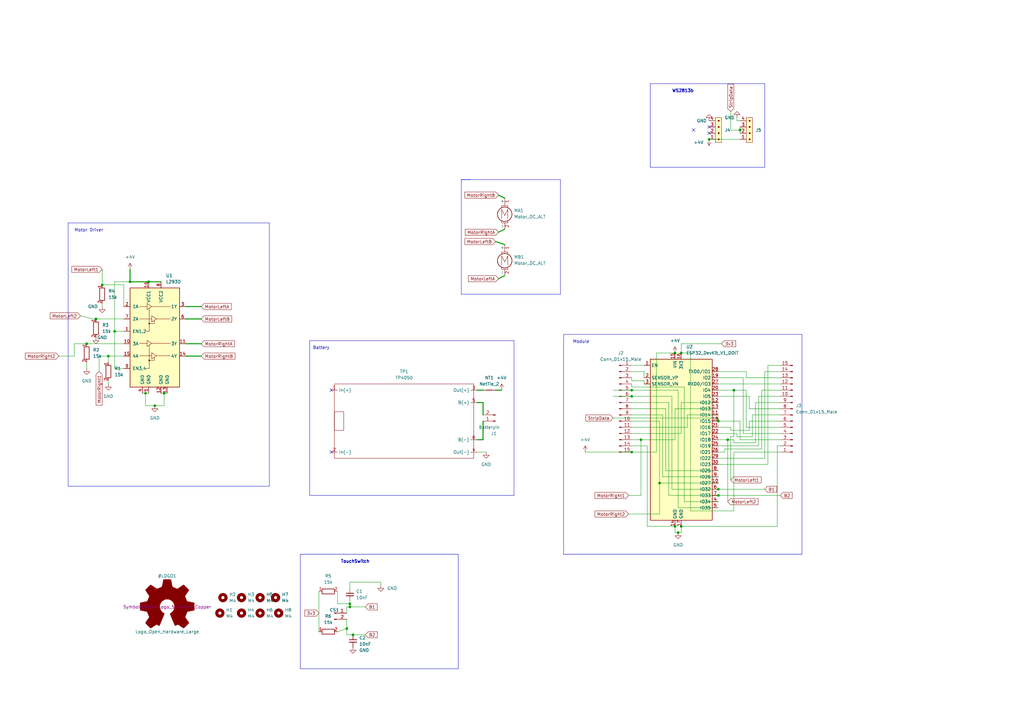
<source format=kicad_sch>
(kicad_sch (version 20230121) (generator eeschema)
  (paper "A3")
  (title_block (title "STEM TOY V0.1") (company "Amal Mechirackal"))
  (lib_symbols
    (symbol "Connector:Conn_01x02_Male" (pin_names (offset 1.016) hide)
      (property "Reference" "J" (at 0 2.54 0))
      (property "Value" "Conn_01x02_Male" (at 0 -5.08 0))
      (symbol "Conn_01x02_Male_1_1"
        (polyline (pts (xy 1.27 -2.54) (xy 0.8636 -2.54)) (stroke (width 0.1524)))
        (polyline (pts (xy 1.27 0) (xy 0.8636 0)) (stroke (width 0.1524)))
        (rectangle (start 0.8636 -2.413) (end 0 -2.667) (stroke (width 0.1524)) (fill (type outline)))
        (rectangle (start 0.8636 0.127) (end 0 -0.127) (stroke (width 0.1524)) (fill (type outline)))
        (pin passive line (at 5.08 0 180) (length 3.81) (name "Pin_1") (number "1"))
        (pin passive line (at 5.08 -2.54 180) (length 3.81) (name "Pin_2") (number "2"))
      )
    )
    (symbol "Connector:Conn_01x15_Male" (pin_names (offset 1.016) hide)
      (property "Reference" "J" (at 0 20.32 0))
      (property "Value" "Conn_01x15_Male" (at 0 -20.32 0))
      (symbol "Conn_01x15_Male_1_1"
        (polyline (pts (xy 1.27 -17.78) (xy 0.8636 -17.78)) (stroke (width 0.1524)))
        (polyline (pts (xy 1.27 -15.24) (xy 0.8636 -15.24)) (stroke (width 0.1524)))
        (polyline (pts (xy 1.27 -12.7) (xy 0.8636 -12.7)) (stroke (width 0.1524)))
        (polyline (pts (xy 1.27 -10.16) (xy 0.8636 -10.16)) (stroke (width 0.1524)))
        (polyline (pts (xy 1.27 -7.62) (xy 0.8636 -7.62)) (stroke (width 0.1524)))
        (polyline (pts (xy 1.27 -5.08) (xy 0.8636 -5.08)) (stroke (width 0.1524)))
        (polyline (pts (xy 1.27 -2.54) (xy 0.8636 -2.54)) (stroke (width 0.1524)))
        (polyline (pts (xy 1.27 0) (xy 0.8636 0)) (stroke (width 0.1524)))
        (polyline (pts (xy 1.27 2.54) (xy 0.8636 2.54)) (stroke (width 0.1524)))
        (polyline (pts (xy 1.27 5.08) (xy 0.8636 5.08)) (stroke (width 0.1524)))
        (polyline (pts (xy 1.27 7.62) (xy 0.8636 7.62)) (stroke (width 0.1524)))
        (polyline (pts (xy 1.27 10.16) (xy 0.8636 10.16)) (stroke (width 0.1524)))
        (polyline (pts (xy 1.27 12.7) (xy 0.8636 12.7)) (stroke (width 0.1524)))
        (polyline (pts (xy 1.27 15.24) (xy 0.8636 15.24)) (stroke (width 0.1524)))
        (polyline (pts (xy 1.27 17.78) (xy 0.8636 17.78)) (stroke (width 0.1524)))
        (rectangle (start 0.8636 -17.653) (end 0 -17.907) (stroke (width 0.1524)) (fill (type outline)))
        (rectangle (start 0.8636 -15.113) (end 0 -15.367) (stroke (width 0.1524)) (fill (type outline)))
        (rectangle (start 0.8636 -12.573) (end 0 -12.827) (stroke (width 0.1524)) (fill (type outline)))
        (rectangle (start 0.8636 -10.033) (end 0 -10.287) (stroke (width 0.1524)) (fill (type outline)))
        (rectangle (start 0.8636 -7.493) (end 0 -7.747) (stroke (width 0.1524)) (fill (type outline)))
        (rectangle (start 0.8636 -4.953) (end 0 -5.207) (stroke (width 0.1524)) (fill (type outline)))
        (rectangle (start 0.8636 -2.413) (end 0 -2.667) (stroke (width 0.1524)) (fill (type outline)))
        (rectangle (start 0.8636 0.127) (end 0 -0.127) (stroke (width 0.1524)) (fill (type outline)))
        (rectangle (start 0.8636 2.667) (end 0 2.413) (stroke (width 0.1524)) (fill (type outline)))
        (rectangle (start 0.8636 5.207) (end 0 4.953) (stroke (width 0.1524)) (fill (type outline)))
        (rectangle (start 0.8636 7.747) (end 0 7.493) (stroke (width 0.1524)) (fill (type outline)))
        (rectangle (start 0.8636 10.287) (end 0 10.033) (stroke (width 0.1524)) (fill (type outline)))
        (rectangle (start 0.8636 12.827) (end 0 12.573) (stroke (width 0.1524)) (fill (type outline)))
        (rectangle (start 0.8636 15.367) (end 0 15.113) (stroke (width 0.1524)) (fill (type outline)))
        (rectangle (start 0.8636 17.907) (end 0 17.653) (stroke (width 0.1524)) (fill (type outline)))
        (pin passive line (at 5.08 17.78 180) (length 3.81) (name "Pin_1") (number "1"))
        (pin passive line (at 5.08 -5.08 180) (length 3.81) (name "Pin_10") (number "10"))
        (pin passive line (at 5.08 -7.62 180) (length 3.81) (name "Pin_11") (number "11"))
        (pin passive line (at 5.08 -10.16 180) (length 3.81) (name "Pin_12") (number "12"))
        (pin passive line (at 5.08 -12.7 180) (length 3.81) (name "Pin_13") (number "13"))
        (pin passive line (at 5.08 -15.24 180) (length 3.81) (name "Pin_14") (number "14"))
        (pin passive line (at 5.08 -17.78 180) (length 3.81) (name "Pin_15") (number "15"))
        (pin passive line (at 5.08 15.24 180) (length 3.81) (name "Pin_2") (number "2"))
        (pin passive line (at 5.08 12.7 180) (length 3.81) (name "Pin_3") (number "3"))
        (pin passive line (at 5.08 10.16 180) (length 3.81) (name "Pin_4") (number "4"))
        (pin passive line (at 5.08 7.62 180) (length 3.81) (name "Pin_5") (number "5"))
        (pin passive line (at 5.08 5.08 180) (length 3.81) (name "Pin_6") (number "6"))
        (pin passive line (at 5.08 2.54 180) (length 3.81) (name "Pin_7") (number "7"))
        (pin passive line (at 5.08 0 180) (length 3.81) (name "Pin_8") (number "8"))
        (pin passive line (at 5.08 -2.54 180) (length 3.81) (name "Pin_9") (number "9"))
      )
    )
    (symbol "Device:C_Small" (pin_numbers hide) (pin_names (offset 0.254) hide)
      (property "Reference" "C" (at 0.254 1.778 0))
      (property "Value" "C_Small" (at 0.254 -2.032 0))
      (symbol "C_Small_0_1"
        (polyline (pts (xy -1.524 -0.508) (xy 1.524 -0.508)) (stroke (width 0.3302)))
        (polyline (pts (xy -1.524 0.508) (xy 1.524 0.508)) (stroke (width 0.3048)))
      )
      (symbol "C_Small_1_1"
        (pin passive line (at 0 2.54 270) (length 2.032) (name "~") (number "1"))
        (pin passive line (at 0 -2.54 90) (length 2.032) (name "~") (number "2"))
      )
    )
    (symbol "Device:NetTie_2" (pin_numbers hide) (pin_names (offset 0) hide)
      (property "Reference" "NT" (at 0 1.27 0))
      (property "Value" "NetTie_2" (at 0 -1.27 0))
      (symbol "NetTie_2_0_1"
        (polyline (pts (xy -1.27 0) (xy 1.27 0)) (stroke (width 0.254)))
      )
      (symbol "NetTie_2_1_1"
        (pin passive line (at -2.54 0 0) (length 2.54) (name "1") (number "1"))
        (pin passive line (at 2.54 0 180) (length 2.54) (name "2") (number "2"))
      )
    )
    (symbol "Driver_Motor:L293D" (pin_names (offset 1.016))
      (property "Reference" "U" (at -5.08 26.035 0))
      (property "Value" "L293D" (at -5.08 24.13 0))
      (symbol "L293D_0_1"
        (rectangle (start -10.16 22.86) (end 10.16 -17.78) (stroke (width 0.254)) (fill (type background)))
        (circle (center -2.286 -6.858) (radius 0.254) (fill (type outline)))
        (circle (center -2.286 8.255) (radius 0.254) (fill (type outline)))
        (polyline (pts (xy -6.35 -4.953) (xy -1.27 -4.953)))
        (polyline (pts (xy -6.35 0.127) (xy -3.175 0.127)))
        (polyline (pts (xy -6.35 10.16) (xy -1.27 10.16)))
        (polyline (pts (xy -6.35 15.24) (xy -3.175 15.24)))
        (polyline (pts (xy -1.27 0.127) (xy 6.35 0.127)))
        (polyline (pts (xy -1.27 15.24) (xy 6.35 15.24)))
        (polyline (pts (xy 0.635 -4.953) (xy 6.35 -4.953)))
        (polyline (pts (xy 0.635 10.16) (xy 6.35 10.16)))
        (polyline (pts (xy -2.286 -6.858) (xy -0.254 -6.858) (xy -0.254 -5.588)))
        (polyline (pts (xy -2.286 -0.635) (xy -2.286 -10.16) (xy -3.556 -10.16)))
        (polyline (pts (xy -2.286 8.255) (xy -0.254 8.255) (xy -0.254 9.525)))
        (polyline (pts (xy -2.286 14.478) (xy -2.286 5.08) (xy -3.556 5.08)))
        (polyline (pts (xy -3.175 1.397) (xy -3.175 -1.143) (xy -1.27 0.127) (xy -3.175 1.397)))
        (polyline (pts (xy -3.175 16.51) (xy -3.175 13.97) (xy -1.27 15.24) (xy -3.175 16.51)))
        (polyline (pts (xy -1.27 -3.683) (xy -1.27 -6.223) (xy 0.635 -4.953) (xy -1.27 -3.683)))
        (polyline (pts (xy -1.27 11.43) (xy -1.27 8.89) (xy 0.635 10.16) (xy -1.27 11.43)))
      )
      (symbol "L293D_1_1"
        (pin input line (at -12.7 5.08 0) (length 2.54) (name "EN1,2") (number "1"))
        (pin input line (at -12.7 0 0) (length 2.54) (name "3A") (number "10"))
        (pin output line (at 12.7 0 180) (length 2.54) (name "3Y") (number "11"))
        (pin power_in line (at 2.54 -20.32 90) (length 2.54) (name "GND") (number "12"))
        (pin power_in line (at 5.08 -20.32 90) (length 2.54) (name "GND") (number "13"))
        (pin output line (at 12.7 -5.08 180) (length 2.54) (name "4Y") (number "14"))
        (pin input line (at -12.7 -5.08 0) (length 2.54) (name "4A") (number "15"))
        (pin power_in line (at -2.54 25.4 270) (length 2.54) (name "VCC1") (number "16"))
        (pin input line (at -12.7 15.24 0) (length 2.54) (name "1A") (number "2"))
        (pin output line (at 12.7 15.24 180) (length 2.54) (name "1Y") (number "3"))
        (pin power_in line (at -5.08 -20.32 90) (length 2.54) (name "GND") (number "4"))
        (pin power_in line (at -2.54 -20.32 90) (length 2.54) (name "GND") (number "5"))
        (pin output line (at 12.7 10.16 180) (length 2.54) (name "2Y") (number "6"))
        (pin input line (at -12.7 10.16 0) (length 2.54) (name "2A") (number "7"))
        (pin power_in line (at 2.54 25.4 270) (length 2.54) (name "VCC2") (number "8"))
        (pin input line (at -12.7 -10.16 0) (length 2.54) (name "EN3,4") (number "9"))
      )
    )
    (symbol "ESP32DevBoard:ESP32_DevKit_V1_DOIT"
      (property "Reference" "U" (at -11.43 34.29 0))
      (property "Value" "ESP32_DevKit_V1_DOIT" (at 11.43 34.29 0))
      (symbol "ESP32_DevKit_V1_DOIT_1_1"
        (rectangle (start -12.7 33.02) (end 12.7 -33.02) (stroke (width 0.254)) (fill (type background)))
        (pin input line (at -15.24 30.48 0) (length 2.54) (name "EN") (number "1"))
        (pin bidirectional line (at 15.24 -17.78 180) (length 2.54) (name "IO27") (number "10"))
        (pin bidirectional line (at 15.24 10.16 180) (length 2.54) (name "IO14") (number "11"))
        (pin bidirectional line (at 15.24 15.24 180) (length 2.54) (name "IO12") (number "12"))
        (pin bidirectional line (at 15.24 12.7 180) (length 2.54) (name "IO13") (number "13"))
        (pin power_in line (at -2.54 -35.56 90) (length 2.54) (name "GND") (number "14"))
        (pin power_in line (at -2.54 35.56 270) (length 2.54) (name "VIN") (number "15"))
        (pin power_in line (at 0 35.56 270) (length 2.54) (name "3V3") (number "16"))
        (pin power_in line (at 0 -35.56 90) (length 2.54) (name "GND") (number "17"))
        (pin bidirectional line (at 15.24 7.62 180) (length 2.54) (name "IO15") (number "18"))
        (pin bidirectional line (at 15.24 25.4 180) (length 2.54) (name "IO2") (number "19"))
        (pin input line (at -15.24 25.4 0) (length 2.54) (name "SENSOR_VP") (number "2"))
        (pin bidirectional line (at 15.24 20.32 180) (length 2.54) (name "IO4") (number "20"))
        (pin bidirectional line (at 15.24 5.08 180) (length 2.54) (name "IO16") (number "21"))
        (pin bidirectional line (at 15.24 2.54 180) (length 2.54) (name "IO17") (number "22"))
        (pin bidirectional line (at 15.24 17.78 180) (length 2.54) (name "IO5") (number "23"))
        (pin bidirectional line (at 15.24 0 180) (length 2.54) (name "IO18") (number "24"))
        (pin bidirectional line (at 15.24 -2.54 180) (length 2.54) (name "IO19") (number "25"))
        (pin bidirectional line (at 15.24 -5.08 180) (length 2.54) (name "IO21") (number "26"))
        (pin bidirectional line (at 15.24 22.86 180) (length 2.54) (name "RXD0/IO3") (number "27"))
        (pin bidirectional line (at 15.24 27.94 180) (length 2.54) (name "TXD0/IO1") (number "28"))
        (pin bidirectional line (at 15.24 -7.62 180) (length 2.54) (name "IO22") (number "29"))
        (pin input line (at -15.24 22.86 0) (length 2.54) (name "SENSOR_VN") (number "3"))
        (pin bidirectional line (at 15.24 -10.16 180) (length 2.54) (name "IO23") (number "30"))
        (pin input line (at 15.24 -25.4 180) (length 2.54) (name "IO34") (number "4"))
        (pin input line (at 15.24 -27.94 180) (length 2.54) (name "IO35") (number "5"))
        (pin bidirectional line (at 15.24 -20.32 180) (length 2.54) (name "IO32") (number "6"))
        (pin bidirectional line (at 15.24 -22.86 180) (length 2.54) (name "IO33") (number "7"))
        (pin bidirectional line (at 15.24 -12.7 180) (length 2.54) (name "IO25") (number "8"))
        (pin bidirectional line (at 15.24 -15.24 180) (length 2.54) (name "IO26") (number "9"))
      )
    )
    (symbol "Graphic:Logo_Open_Hardware_Large" (pin_names (offset 1.016))
      (symbol "Logo_Open_Hardware_Large_1_1"
        (polyline (pts (xy 6.731 -8.7122) (xy 6.6294 -8.6614) (xy 6.35 -8.4836) (xy 5.9944 -8.255) (xy 5.5372 -7.9502) (xy 5.1054 -7.6454) (xy 4.7498 -7.4168) (xy 4.4958 -7.239) (xy 4.3942 -7.1882) (xy 4.318 -7.2136) (xy 4.1148 -7.3152) (xy 3.81 -7.4676) (xy 3.6322 -7.5692) (xy 3.3528 -7.6708) (xy 3.2258 -7.6962) (xy 3.2004 -7.6708) (xy 3.0988 -7.4676) (xy 2.9464 -7.0866) (xy 2.7178 -6.604) (xy 2.4892 -6.0452) (xy 2.2352 -5.4356) (xy 1.9558 -4.826) (xy 1.7272 -4.2164) (xy 1.4986 -3.683) (xy 1.3208 -3.2512) (xy 1.2192 -2.9464) (xy 1.1684 -2.8194) (xy 1.1938 -2.794) (xy 1.3208 -2.667) (xy 1.5748 -2.4892) (xy 2.0828 -2.0574) (xy 2.6162 -1.397) (xy 2.921 -0.6604) (xy 3.048 0.1524) (xy 2.9464 0.9144) (xy 2.6416 1.6256) (xy 2.1336 2.286) (xy 1.524 2.7686) (xy 0.8128 3.0734) (xy 0 3.175) (xy -0.762 3.0988) (xy -1.4986 2.794) (xy -2.159 2.286) (xy -2.4384 1.9812) (xy -2.8194 1.3208) (xy -3.048 0.6096) (xy -3.0734 0.4318) (xy -3.0226 -0.3556) (xy -2.794 -1.0922) (xy -2.3876 -1.7526) (xy -1.8288 -2.3114) (xy -1.7526 -2.3622) (xy -1.4732 -2.5654) (xy -1.2954 -2.6924) (xy -1.1684 -2.8194) (xy -2.159 -5.207) (xy -2.3114 -5.588) (xy -2.5908 -6.2484) (xy -2.8194 -6.8072) (xy -3.0226 -7.2644) (xy -3.1496 -7.5692) (xy -3.2258 -7.6708) (xy -3.2258 -7.6962) (xy -3.302 -7.6962) (xy -3.4798 -7.6454) (xy -3.8354 -7.4676) (xy -4.0386 -7.366) (xy -4.2926 -7.239) (xy -4.4196 -7.1882) (xy -4.5212 -7.239) (xy -4.7498 -7.3914) (xy -5.1054 -7.6454) (xy -5.5372 -7.9248) (xy -5.9436 -8.2042) (xy -6.3246 -8.4582) (xy -6.604 -8.636) (xy -6.731 -8.7122) (xy -6.7564 -8.7122) (xy -6.858 -8.636) (xy -7.0866 -8.4582) (xy -7.4168 -8.1534) (xy -7.874 -7.6962) (xy -7.9502 -7.62) (xy -8.3312 -7.239) (xy -8.636 -6.9088) (xy -8.8392 -6.6802) (xy -8.9154 -6.5786) (xy -8.9154 -6.5786) (xy -8.8392 -6.4516) (xy -8.6614 -6.1722) (xy -8.4328 -5.7912) (xy -8.128 -5.3594) (xy -7.3152 -4.191) (xy -7.7724 -3.0988) (xy -7.8994 -2.7686) (xy -8.0772 -2.3622) (xy -8.2042 -2.0828) (xy -8.255 -1.9558) (xy -8.382 -1.905) (xy -8.6614 -1.8542) (xy -9.0932 -1.7526) (xy -9.6266 -1.651) (xy -10.1092 -1.5748) (xy -10.541 -1.4732) (xy -10.8712 -1.4224) (xy -11.0236 -1.397) (xy -11.049 -1.3716) (xy -11.0744 -1.2954) (xy -11.0998 -1.143) (xy -11.0998 -0.889) (xy -11.1252 -0.4572) (xy -11.1252 0.1524) (xy -11.1252 0.2286) (xy -11.0998 0.8128) (xy -11.0998 1.27) (xy -11.0744 1.5494) (xy -11.0744 1.6764) (xy -11.0744 1.6764) (xy -10.922 1.7018) (xy -10.6172 1.778) (xy -10.16 1.8542) (xy -9.652 1.9558) (xy -9.6012 1.9812) (xy -9.0932 2.0828) (xy -8.636 2.159) (xy -8.3312 2.2352) (xy -8.2042 2.286) (xy -8.1788 2.3114) (xy -8.0772 2.5146) (xy -7.9248 2.8448) (xy -7.747 3.2512) (xy -7.5692 3.6576) (xy -7.4168 4.0386) (xy -7.3152 4.318) (xy -7.2898 4.445) (xy -7.2898 4.445) (xy -7.366 4.572) (xy -7.5438 4.826) (xy -7.7978 5.207) (xy -8.128 5.6642) (xy -8.128 5.6896) (xy -8.4328 6.1468) (xy -8.6868 6.5278) (xy -8.8392 6.7818) (xy -8.9154 6.9088) (xy -8.9154 6.9088) (xy -8.8138 7.0358) (xy -8.5852 7.2898) (xy -8.255 7.6454) (xy -7.874 8.0264) (xy -7.747 8.1534) (xy -7.3152 8.5852) (xy -7.0104 8.8646) (xy -6.8326 8.9916) (xy -6.731 9.0424) (xy -6.731 9.0424) (xy -6.604 8.9408) (xy -6.3246 8.763) (xy -5.9436 8.509) (xy -5.4864 8.2042) (xy -5.461 8.1788) (xy -5.0038 7.874) (xy -4.6482 7.62) (xy -4.3688 7.4422) (xy -4.2672 7.3914) (xy -4.2418 7.3914) (xy -4.064 7.4422) (xy -3.7338 7.5438) (xy -3.3528 7.6962) (xy -2.9464 7.874) (xy -2.5654 8.0264) (xy -2.286 8.1534) (xy -2.159 8.2296) (xy -2.159 8.2296) (xy -2.1082 8.382) (xy -2.032 8.7122) (xy -1.9304 9.1694) (xy -1.8288 9.7282) (xy -1.8034 9.8044) (xy -1.7018 10.3378) (xy -1.6256 10.7696) (xy -1.5748 11.0744) (xy -1.524 11.2014) (xy -1.4478 11.2268) (xy -1.1938 11.2522) (xy -0.8128 11.2522) (xy -0.3302 11.2522) (xy 0.1524 11.2522) (xy 0.6604 11.2522) (xy 1.0668 11.2268) (xy 1.3716 11.2014) (xy 1.4986 11.176) (xy 1.4986 11.176) (xy 1.5494 11.0236) (xy 1.6256 10.6934) (xy 1.7018 10.2108) (xy 1.8288 9.6774) (xy 1.8288 9.5758) (xy 1.9304 9.0424) (xy 2.032 8.6106) (xy 2.0828 8.3058) (xy 2.1336 8.2042) (xy 2.159 8.1788) (xy 2.3876 8.0772) (xy 2.7432 7.9248) (xy 3.175 7.747) (xy 4.191 7.3406) (xy 5.461 8.2042) (xy 5.5626 8.2804) (xy 6.0198 8.5852) (xy 6.3754 8.8392) (xy 6.6294 8.9916) (xy 6.7564 9.0424) (xy 6.7564 9.0424) (xy 6.8834 8.9408) (xy 7.1374 8.7122) (xy 7.4676 8.382) (xy 7.8486 7.9756) (xy 8.1534 7.6962) (xy 8.4836 7.3406) (xy 8.7122 7.112) (xy 8.8392 6.9596) (xy 8.8646 6.858) (xy 8.8646 6.8072) (xy 8.7884 6.6802) (xy 8.6106 6.4008) (xy 8.3312 6.0198) (xy 8.0264 5.588) (xy 7.7978 5.207) (xy 7.5184 4.8006) (xy 7.3406 4.4958) (xy 7.2898 4.3434) (xy 7.2898 4.2926) (xy 7.3914 4.0386) (xy 7.5184 3.683) (xy 7.7216 3.2258) (xy 8.1534 2.2352) (xy 8.7884 2.1082) (xy 9.1948 2.0574) (xy 9.7536 1.9304) (xy 10.2616 1.8288) (xy 11.0998 1.6764) (xy 11.1252 -1.3208) (xy 10.9982 -1.3716) (xy 10.8712 -1.397) (xy 10.5664 -1.4732) (xy 10.1346 -1.5494) (xy 9.6266 -1.651) (xy 9.1948 -1.7272) (xy 8.7376 -1.8288) (xy 8.4328 -1.8796) (xy 8.2804 -1.905) (xy 8.255 -1.9558) (xy 8.1534 -2.159) (xy 7.9756 -2.5146) (xy 7.8232 -2.921) (xy 7.6454 -3.3274) (xy 7.493 -3.7338) (xy 7.366 -4.0132) (xy 7.3406 -4.191) (xy 7.3914 -4.2926) (xy 7.5692 -4.5466) (xy 7.7978 -4.9276) (xy 8.1026 -5.3594) (xy 8.4074 -5.7912) (xy 8.6614 -6.1722) (xy 8.8138 -6.4262) (xy 8.89 -6.5532) (xy 8.8646 -6.6548) (xy 8.6868 -6.858) (xy 8.3566 -7.1882) (xy 7.874 -7.6708) (xy 7.7978 -7.747) (xy 7.3914 -8.128) (xy 7.0612 -8.4328) (xy 6.8326 -8.636) (xy 6.731 -8.7122)) (fill (type outline)))
      )
    )
    (symbol "Mechanical:MountingHole" (pin_names (offset 1.016))
      (property "Reference" "H" (at 0 5.08 0))
      (property "Value" "MountingHole" (at 0 3.175 0))
      (symbol "MountingHole_0_1"
        (circle (center 0 0) (radius 1.27) (stroke (width 1.27)))
      )
    )
    (symbol "ModulesLibrary:TP4050"
      (property "Reference" "TP" (at 22.86 -10.16 0))
      (property "Value" "TP4050" (at 22.86 -7.62 0))
      (symbol "TP4050_0_1"
        (rectangle (start -6.35 -7.62) (end -2.54 -15.24))
        (rectangle (start -6.35 -2.54) (end -6.35 -2.54))
        (rectangle (start -6.35 3.81) (end 50.8 -26.67))
        (rectangle (start -3.81 -2.54) (end -3.81 -2.54))
      )
      (symbol "TP4050_1_1"
        (pin input line (at -7.62 1.27 0) (length 2.54) (name "In(+)") (number "1"))
        (pin input line (at -7.62 -24.13 0) (length 2.54) (name "In(-)") (number "2"))
        (pin output line (at 52.07 1.27 180) (length 2.54) (name "Out(+)") (number "3"))
        (pin output line (at 52.07 -24.13 180) (length 2.54) (name "Out(-)") (number "4"))
        (pin output line (at 52.07 -3.81 180) (length 2.54) (name "B(+)") (number "5"))
        (pin output line (at 52.07 -19.05 180) (length 2.54) (name "B(-)") (number "6"))
      )
    )
    (symbol "Motor:Motor_DC_ALT" (pin_names (offset 0))
      (property "Reference" "M" (at 2.54 2.54 0))
      (property "Value" "Motor_DC_ALT" (at 2.54 -5.08 0))
      (symbol "Motor_DC_ALT_0_0"
        (circle (center 0 -1.524) (radius 2.9718) (stroke (width 0.254)))
        (polyline (pts (xy -1.27 -4.318) (xy -1.27 -5.08) (xy 1.27 -5.08) (xy 1.27 -4.318)))
        (polyline (pts (xy -1.27 1.27) (xy -1.27 2.032) (xy 1.27 2.032) (xy 1.27 1.27)))
        (polyline (pts (xy -1.27 -3.302) (xy -1.27 0.508) (xy 0 -2.032) (xy 1.27 0.508) (xy 1.27 -3.302)))
      )
      (symbol "Motor_DC_ALT_0_1"
        (polyline (pts (xy 0 2.032) (xy 0 2.54)))
      )
      (symbol "Motor_DC_ALT_1_1"
        (pin passive line (at 0 5.08 270) (length 2.54) (name "+") (number "1"))
        (pin passive line (at 0 -7.62 90) (length 2.54) (name "-") (number "2"))
      )
    )
    (symbol "R_1" (pin_names (offset 0))
      (property "Reference" "R" (at 2.032 0 90))
      (property "Value" "R_1" (at 0 0 90))
      (symbol "R_1_0_1"
        (rectangle (start -1.016 -2.54) (end 1.016 2.54) (stroke (width 0.254)))
      )
      (symbol "R_1_1_1"
        (pin passive line (at 0 3.81 270) (length 1.27) (name "~") (number "1"))
        (pin passive line (at 0 -3.81 90) (length 1.27) (name "~") (number "2"))
      )
    )
    (symbol "dk_Rectangular-Connectors-Headers-Male-Pins:0022232041" (pin_names (offset 1.016))
      (property "Reference" "J" (at -2.54 1.27 0))
      (property "Value" "0022232041" (at 3.81 -3.81 0))
      (symbol "0022232041_1_1"
        (rectangle (start -1.27 0) (end 8.89 -2.54) (fill (type background)))
        (rectangle (start -0.254 -1.143) (end 0.254 -1.651) (fill (type outline)))
        (rectangle (start 2.286 -1.143) (end 2.794 -1.651) (fill (type outline)))
        (rectangle (start 4.826 -1.143) (end 5.334 -1.651) (fill (type outline)))
        (rectangle (start 7.366 -1.143) (end 7.874 -1.651) (fill (type outline)))
        (pin passive line (at 0 2.54 270) (length 2.54) (name "~") (number "1"))
        (pin passive line (at 2.54 2.54 270) (length 2.54) (name "~") (number "2"))
        (pin passive line (at 5.08 2.54 270) (length 2.54) (name "~") (number "3"))
        (pin passive line (at 7.62 2.54 270) (length 2.54) (name "~") (number "4"))
      )
    )
    (symbol "power:+4V" (power) (pin_names (offset 0))
      (property "Value" "+4V" (at 0 3.556 0))
      (symbol "+4V_0_1"
        (polyline (pts (xy -0.762 1.27) (xy 0 2.54)))
        (polyline (pts (xy 0 0) (xy 0 2.54)))
        (polyline (pts (xy 0 2.54) (xy 0.762 1.27)))
      )
      (symbol "+4V_1_1"
        (pin power_in line (at 0 0 90) (length 0) hide (name "+4V") (number "1"))
      )
    )
    (symbol "power:GND" (power) (pin_names (offset 0))
      (property "Value" "GND" (at 0 -3.81 0))
      (symbol "GND_0_1"
        (polyline (pts (xy 0 0) (xy 0 -1.27) (xy 1.27 -1.27) (xy 0 -2.54) (xy -1.27 -1.27) (xy 0 -1.27)))
      )
      (symbol "GND_1_1"
        (pin power_in line (at 0 0 270) (length 0) hide (name "GND") (number "1"))
      )
    )
  )
  (junction (at 279.4 144.78))
  (junction (at 46.99 135.89))
  (junction (at 262.89 180.34))
  (junction (at 276.86 215.9))
  (junction (at 259.08 160.02))
  (junction (at 294.64 200.66))
  (junction (at 300.99 160.02))
  (junction (at 59.69 161.29))
  (junction (at 41.91 116.84))
  (junction (at 294.64 172.72))
  (junction (at 270.51 198.12))
  (junction (at 279.4 215.9))
  (junction (at 290.83 57.15))
  (junction (at 53.34 115.57))
  (junction (at 143.51 247.65))
  (junction (at 142.24 257.81))
  (junction (at 278.13 218.44))
  (junction (at 63.5 166.37))
  (junction (at 143.51 248.92))
  (junction (at 44.45 146.05))
  (junction (at 35.56 140.97))
  (junction (at 294.64 203.2))
  (junction (at 67.31 161.29))
  (junction (at 144.78 260.35))
  (junction (at 276.86 144.78))
  (junction (at 60.96 115.57))
  (junction (at 298.45 180.34))
  (junction (at 259.08 185.42))
  (junction (at 39.37 130.81))
  (junction (at 259.08 162.56))
  (junction (at 303.53 53.34))
  (no_connect (at 135.89 185.42))
  (no_connect (at 135.89 160.02))
  (no_connect (at 290.83 52.07))
  (no_connect (at 290.83 54.61))
  (no_connect (at 284.48 53.34))
  (wire (pts (xy 271.78 195.58) (xy 294.64 195.58)))
  (wire (pts (xy 313.69 152.4) (xy 313.69 187.96)))
  (wire (pts (xy 259.08 185.42) (xy 269.24 185.42)))
  (polyline (pts (xy 27.94 199.39) (xy 110.49 199.39)))
  (wire (pts (xy 306.07 175.26) (xy 306.07 160.02)))
  (wire (pts (xy 66.04 161.29) (xy 67.31 161.29)))
  (wire (pts (xy 320.04 154.94) (xy 306.07 154.94)))
  (polyline (pts (xy 127 139.7) (xy 127 203.2)))
  (wire (pts (xy 195.58 165.1) (xy 198.12 165.1)) (stroke (width 0.4)))
  (polyline (pts (xy 231.14 137.16) (xy 231.14 227.33)))
  (wire (pts (xy 44.45 148.59) (xy 44.45 146.05)))
  (wire (pts (xy 320.04 152.4) (xy 313.69 152.4)))
  (wire (pts (xy 275.59 162.56) (xy 275.59 200.66)))
  (wire (pts (xy 269.24 144.78) (xy 276.86 144.78)))
  (wire (pts (xy 294.64 203.2) (xy 320.04 203.2)))
  (wire (pts (xy 309.88 181.61) (xy 300.99 181.61)))
  (polyline (pts (xy 229.87 73.66) (xy 229.87 120.65)))
  (wire (pts (xy 195.58 180.34) (xy 198.12 180.34)) (stroke (width 0.4)))
  (wire (pts (xy 50.8 151.13) (xy 46.99 151.13)))
  (wire (pts (xy 278.13 218.44) (xy 279.4 218.44)))
  (wire (pts (xy 50.8 135.89) (xy 46.99 135.89)))
  (wire (pts (xy 264.16 156.21) (xy 264.16 157.48)))
  (wire (pts (xy 299.72 176.53) (xy 299.72 175.26)))
  (wire (pts (xy 283.21 209.55) (xy 283.21 144.78)))
  (polyline (pts (xy 273.05 34.29) (xy 266.7 34.29)))
  (polyline (pts (xy 110.49 199.39) (xy 110.49 91.44)))
  (wire (pts (xy 33.02 129.54) (xy 38.1 130.81)))
  (wire (pts (xy 240.03 185.42) (xy 259.08 185.42)))
  (wire (pts (xy 204.47 95.25) (xy 207.01 93.98)) (stroke (width 0.4)))
  (wire (pts (xy 82.55 140.97) (xy 76.2 140.97)) (stroke (width 0.4)))
  (wire (pts (xy 259.08 177.8) (xy 279.4 177.8)))
  (polyline (pts (xy 27.94 91.44) (xy 27.94 199.39)))
  (wire (pts (xy 320.04 177.8) (xy 304.8 177.8)))
  (wire (pts (xy 294.64 157.48) (xy 320.04 157.48)))
  (polyline (pts (xy 229.87 120.65) (xy 189.23 120.65)))
  (wire (pts (xy 320.04 165.1) (xy 309.88 165.1)))
  (wire (pts (xy 307.34 176.53) (xy 299.72 176.53)))
  (polyline (pts (xy 127 139.7) (xy 210.82 139.7)))
  (wire (pts (xy 198.12 180.34) (xy 198.12 172.72)) (stroke (width 0.4)))
  (wire (pts (xy 259.08 158.75) (xy 259.08 157.48)))
  (wire (pts (xy 143.51 246.38) (xy 143.51 247.65)))
  (wire (pts (xy 290.83 57.15) (xy 303.53 57.15)))
  (wire (pts (xy 264.16 152.4) (xy 264.16 154.94)))
  (wire (pts (xy 41.91 124.46) (xy 41.91 125.73)))
  (wire (pts (xy 298.45 180.34) (xy 298.45 205.74)))
  (wire (pts (xy 297.18 184.15) (xy 297.18 185.42)))
  (wire (pts (xy 278.13 208.28) (xy 278.13 160.02)))
  (wire (pts (xy 306.07 152.4) (xy 294.64 152.4)))
  (wire (pts (xy 265.43 215.9) (xy 276.86 215.9)))
  (wire (pts (xy 298.45 180.34) (xy 294.64 180.34)))
  (wire (pts (xy 259.08 158.75) (xy 280.67 158.75)))
  (wire (pts (xy 307.34 162.56) (xy 294.64 162.56)))
  (wire (pts (xy 251.46 160.02) (xy 259.08 160.02)))
  (wire (pts (xy 300.99 185.42) (xy 300.99 209.55)))
  (wire (pts (xy 203.2 99.06) (xy 207.01 100.33)) (stroke (width 0.4)))
  (wire (pts (xy 320.04 185.42) (xy 300.99 185.42)))
  (polyline (pts (xy 328.93 137.16) (xy 328.93 227.33)))
  (wire (pts (xy 138.43 247.65) (xy 143.51 247.65)))
  (wire (pts (xy 318.77 182.88) (xy 318.77 215.9)))
  (wire (pts (xy 278.13 160.02) (xy 259.08 160.02)))
  (wire (pts (xy 41.91 110.49) (xy 41.91 116.84)))
  (wire (pts (xy 294.64 172.72) (xy 303.53 172.72)))
  (wire (pts (xy 300.99 180.34) (xy 298.45 180.34)))
  (wire (pts (xy 294.64 208.28) (xy 278.13 208.28)))
  (wire (pts (xy 320.04 182.88) (xy 318.77 182.88)))
  (wire (pts (xy 259.08 156.21) (xy 264.16 156.21)))
  (wire (pts (xy 265.43 182.88) (xy 265.43 215.9)))
  (wire (pts (xy 130.81 242.57) (xy 130.81 259.08)))
  (wire (pts (xy 41.91 116.84) (xy 50.8 116.84)))
  (wire (pts (xy 82.55 146.05) (xy 76.2 146.05)) (stroke (width 0.4)))
  (wire (pts (xy 276.86 218.44) (xy 278.13 218.44)))
  (wire (pts (xy 302.26 49.53) (xy 303.53 49.53)))
  (wire (pts (xy 40.64 146.05) (xy 44.45 146.05)))
  (wire (pts (xy 143.51 238.76) (xy 143.51 241.3)))
  (wire (pts (xy 142.24 248.92) (xy 142.24 251.46)))
  (wire (pts (xy 294.64 200.66) (xy 313.69 200.66)))
  (wire (pts (xy 82.55 125.73) (xy 76.2 125.73)) (stroke (width 0.4)))
  (wire (pts (xy 318.77 215.9) (xy 279.4 215.9)))
  (wire (pts (xy 302.26 177.8) (xy 302.26 179.07)))
  (wire (pts (xy 299.72 179.07) (xy 300.99 179.07)))
  (wire (pts (xy 270.51 198.12) (xy 294.64 198.12)))
  (wire (pts (xy 303.53 52.07) (xy 303.53 53.34)))
  (wire (pts (xy 302.26 48.26) (xy 302.26 49.53)))
  (wire (pts (xy 276.86 180.34) (xy 276.86 167.64)))
  (polyline (pts (xy 187.96 274.32) (xy 123.19 274.32)))
  (polyline (pts (xy 231.14 137.16) (xy 328.93 137.16)))
  (wire (pts (xy 300.99 209.55) (xy 283.21 209.55)))
  (wire (pts (xy 312.42 160.02) (xy 312.42 184.15)))
  (polyline (pts (xy 189.23 73.66) (xy 193.04 73.66)))
  (wire (pts (xy 138.43 259.08) (xy 142.24 257.81)))
  (wire (pts (xy 295.91 140.97) (xy 279.4 140.97)))
  (wire (pts (xy 35.56 140.97) (xy 50.8 140.97)))
  (polyline (pts (xy 123.19 227.33) (xy 128.27 227.33)))
  (wire (pts (xy 274.32 203.2) (xy 294.64 203.2)))
  (wire (pts (xy 300.99 181.61) (xy 300.99 180.34)))
  (wire (pts (xy 257.81 210.82) (xy 270.51 210.82)))
  (wire (pts (xy 274.32 165.1) (xy 274.32 203.2)))
  (wire (pts (xy 280.67 158.75) (xy 280.67 205.74)))
  (wire (pts (xy 306.07 154.94) (xy 306.07 152.4)))
  (wire (pts (xy 279.4 140.97) (xy 279.4 144.78)))
  (wire (pts (xy 149.86 260.35) (xy 144.78 260.35)))
  (wire (pts (xy 259.08 149.86) (xy 264.16 149.86)))
  (wire (pts (xy 320.04 160.02) (xy 312.42 160.02)))
  (wire (pts (xy 259.08 175.26) (xy 281.94 175.26)))
  (wire (pts (xy 259.08 167.64) (xy 273.05 167.64)))
  (wire (pts (xy 300.99 160.02) (xy 300.99 179.07)))
  (polyline (pts (xy 210.82 203.2) (xy 127 203.2)))
  (wire (pts (xy 144.78 260.35) (xy 142.24 260.35)))
  (wire (pts (xy 320.04 180.34) (xy 303.53 180.34)))
  (wire (pts (xy 67.31 161.29) (xy 67.31 166.37)))
  (wire (pts (xy 300.99 160.02) (xy 294.64 160.02)))
  (wire (pts (xy 259.08 182.88) (xy 265.43 182.88)))
  (wire (pts (xy 320.04 175.26) (xy 306.07 175.26)))
  (wire (pts (xy 294.64 171.45) (xy 294.64 172.72)))
  (wire (pts (xy 294.64 177.8) (xy 302.26 177.8)))
  (polyline (pts (xy 123.19 274.32) (xy 123.19 227.33)))
  (polyline (pts (xy 128.27 227.33) (xy 187.96 227.33)))
  (polyline (pts (xy 27.94 91.44) (xy 110.49 91.44)))
  (wire (pts (xy 279.4 165.1) (xy 294.64 165.1)))
  (wire (pts (xy 142.24 257.81) (xy 142.24 254)))
  (wire (pts (xy 35.56 148.59) (xy 35.56 151.13)))
  (wire (pts (xy 143.51 247.65) (xy 143.51 248.92)))
  (wire (pts (xy 198.12 165.1) (xy 198.12 170.18)) (stroke (width 0.4)))
  (wire (pts (xy 279.4 177.8) (xy 279.4 165.1)))
  (wire (pts (xy 320.04 167.64) (xy 307.34 167.64)))
  (wire (pts (xy 53.34 110.49) (xy 53.34 115.57)) (stroke (width 0.4)))
  (wire (pts (xy 303.53 53.34) (xy 303.53 54.61)))
  (wire (pts (xy 143.51 238.76) (xy 156.21 238.76)))
  (polyline (pts (xy 266.7 34.29) (xy 266.7 68.58)))
  (wire (pts (xy 299.72 45.72) (xy 299.72 53.34)))
  (wire (pts (xy 251.46 162.56) (xy 259.08 162.56)))
  (wire (pts (xy 307.34 167.64) (xy 307.34 162.56)))
  (wire (pts (xy 142.24 260.35) (xy 142.24 257.81)))
  (wire (pts (xy 259.08 180.34) (xy 262.89 180.34)))
  (wire (pts (xy 259.08 170.18) (xy 271.78 170.18)))
  (wire (pts (xy 199.39 185.42) (xy 195.58 185.42)))
  (wire (pts (xy 303.53 180.34) (xy 303.53 172.72)))
  (wire (pts (xy 58.42 161.29) (xy 59.69 161.29)))
  (wire (pts (xy 53.34 115.57) (xy 60.96 115.57)) (stroke (width 0.4)))
  (wire (pts (xy 270.51 210.82) (xy 270.51 198.12)))
  (wire (pts (xy 59.69 161.29) (xy 60.96 161.29)))
  (wire (pts (xy 279.4 218.44) (xy 279.4 215.9)))
  (wire (pts (xy 308.61 179.07) (xy 308.61 170.18)))
  (wire (pts (xy 302.26 179.07) (xy 308.61 179.07)))
  (wire (pts (xy 314.96 149.86) (xy 320.04 149.86)))
  (wire (pts (xy 294.64 182.88) (xy 311.15 182.88)))
  (wire (pts (xy 30.48 140.97) (xy 35.56 140.97)))
  (wire (pts (xy 251.46 171.45) (xy 294.64 171.45)))
  (wire (pts (xy 320.04 172.72) (xy 307.34 172.72)))
  (wire (pts (xy 46.99 135.89) (xy 46.99 115.57)))
  (wire (pts (xy 313.69 187.96) (xy 294.64 187.96)))
  (wire (pts (xy 270.51 172.72) (xy 270.51 198.12)))
  (wire (pts (xy 275.59 200.66) (xy 294.64 200.66)))
  (wire (pts (xy 50.8 116.84) (xy 50.8 125.73)))
  (wire (pts (xy 259.08 172.72) (xy 270.51 172.72)))
  (wire (pts (xy 273.05 193.04) (xy 294.64 193.04)))
  (wire (pts (xy 257.81 203.2) (xy 262.89 203.2)))
  (polyline (pts (xy 313.69 34.29) (xy 273.05 34.29)))
  (wire (pts (xy 283.21 144.78) (xy 279.4 144.78)))
  (wire (pts (xy 60.96 115.57) (xy 66.04 115.57)) (stroke (width 0.4)))
  (wire (pts (xy 156.21 238.76) (xy 156.21 240.03)))
  (wire (pts (xy 40.64 152.4) (xy 40.64 146.05)))
  (wire (pts (xy 306.07 160.02) (xy 300.99 160.02)))
  (wire (pts (xy 138.43 242.57) (xy 138.43 247.65)))
  (wire (pts (xy 204.47 80.01) (xy 207.01 81.28)) (stroke (width 0.4)))
  (wire (pts (xy 271.78 170.18) (xy 271.78 195.58)))
  (wire (pts (xy 276.86 215.9) (xy 276.86 218.44)))
  (wire (pts (xy 299.72 53.34) (xy 303.53 53.34)))
  (wire (pts (xy 311.15 162.56) (xy 320.04 162.56)))
  (wire (pts (xy 281.94 170.18) (xy 294.64 170.18)))
  (polyline (pts (xy 210.82 139.7) (xy 210.82 203.2)))
  (wire (pts (xy 259.08 152.4) (xy 264.16 152.4)))
  (wire (pts (xy 259.08 162.56) (xy 275.59 162.56)))
  (polyline (pts (xy 313.69 68.58) (xy 313.69 34.29)))
  (wire (pts (xy 269.24 185.42) (xy 269.24 144.78)))
  (wire (pts (xy 304.8 154.94) (xy 294.64 154.94)))
  (wire (pts (xy 82.55 130.81) (xy 76.2 130.81)) (stroke (width 0.4)))
  (wire (pts (xy 38.1 130.81) (xy 39.37 130.81)))
  (wire (pts (xy 262.89 203.2) (xy 262.89 180.34)))
  (wire (pts (xy 204.47 114.3) (xy 207.01 113.03)) (stroke (width 0.4)))
  (polyline (pts (xy 328.93 227.33) (xy 231.14 227.33)))
  (wire (pts (xy 44.45 157.48) (xy 44.45 156.21)))
  (wire (pts (xy 149.86 248.92) (xy 143.51 248.92)))
  (wire (pts (xy 308.61 170.18) (xy 320.04 170.18)))
  (wire (pts (xy 280.67 205.74) (xy 294.64 205.74)))
  (wire (pts (xy 311.15 182.88) (xy 311.15 162.56)))
  (wire (pts (xy 24.13 146.05) (xy 30.48 146.05)))
  (wire (pts (xy 307.34 172.72) (xy 307.34 176.53)))
  (wire (pts (xy 259.08 165.1) (xy 274.32 165.1)))
  (wire (pts (xy 44.45 146.05) (xy 50.8 146.05)))
  (wire (pts (xy 262.89 180.34) (xy 276.86 180.34)))
  (polyline (pts (xy 229.87 73.66) (xy 189.23 73.66)))
  (wire (pts (xy 314.96 190.5) (xy 314.96 149.86)))
  (polyline (pts (xy 187.96 227.33) (xy 187.96 274.32)))
  (wire (pts (xy 281.94 175.26) (xy 281.94 170.18)))
  (wire (pts (xy 297.18 185.42) (xy 294.64 185.42)))
  (wire (pts (xy 304.8 177.8) (xy 304.8 154.94)))
  (wire (pts (xy 312.42 184.15) (xy 297.18 184.15)))
  (wire (pts (xy 67.31 166.37) (xy 63.5 166.37)))
  (wire (pts (xy 46.99 151.13) (xy 46.99 135.89)))
  (wire (pts (xy 67.31 161.29) (xy 68.58 161.29)))
  (wire (pts (xy 259.08 156.21) (xy 259.08 154.94)))
  (wire (pts (xy 294.64 190.5) (xy 314.96 190.5)))
  (wire (pts (xy 39.37 130.81) (xy 50.8 130.81)))
  (polyline (pts (xy 189.23 120.65) (xy 189.23 73.66)))
  (wire (pts (xy 30.48 146.05) (xy 30.48 140.97)))
  (wire (pts (xy 59.69 166.37) (xy 59.69 161.29)))
  (wire (pts (xy 195.58 160.02) (xy 198.12 160.02)) (stroke (width 0.4)))
  (wire (pts (xy 63.5 166.37) (xy 59.69 166.37)))
  (wire (pts (xy 273.05 167.64) (xy 273.05 193.04)))
  (wire (pts (xy 299.72 196.85) (xy 299.72 179.07)))
  (wire (pts (xy 276.86 167.64) (xy 294.64 167.64)))
  (wire (pts (xy 203.2 160.02) (xy 205.74 160.02)) (stroke (width 0.4)))
  (wire (pts (xy 143.51 248.92) (xy 142.24 248.92)))
  (wire (pts (xy 309.88 165.1) (xy 309.88 181.61)))
  (polyline (pts (xy 266.7 68.58) (xy 313.69 68.58)))
  (wire (pts (xy 299.72 175.26) (xy 294.64 175.26)))
  (wire (pts (xy 46.99 115.57) (xy 53.34 115.57)))
  (text "Module\n" (at 234.95 140.97 0) (effects (font (size 1.27 1.27)) (justify left bottom)))
  (text "Battery\n" (at 128.27 143.51 0) (effects (font (size 1.27 1.27)) (justify left bottom)))
  (text "WS2813b" (at 275.59 38.1 0) (effects (font (size 1.27 1.27) (thickness 0.254) bold) (justify left bottom)))
  (text "Motor Driver" (at 30.48 95.25 0) (effects (font (size 1.27 1.27)) (justify left bottom)))
  (text "TouchSwitch" (at 139.7 231.14 0) (effects (font (size 1.27 1.27) (thickness 0.254) bold) (justify left bottom)))
  (global_label "B2" (shape input) (at 320.04 203.2 0) (property "Intersheetrefs" "${INTERSHEET_REFS}" (effects hide)))
  (global_label "B1" (shape input) (at 313.69 200.66 0) (property "Intersheetrefs" "${INTERSHEET_REFS}" (effects hide)))
  (global_label "MotorLeftB" (shape input) (at 203.2 99.06 180) (property "Intersheetrefs" "${INTERSHEET_REFS}" (effects hide)))
  (global_label "MotorRightB" (shape input) (at 82.55 146.05 0) (property "Intersheetrefs" "${INTERSHEET_REFS}" (effects hide)))
  (global_label "StripData" (shape input) (at 299.72 45.72 90) (property "Intersheetrefs" "${INTERSHEET_REFS}" (effects hide)))
  (global_label "MotorRight1" (shape input) (at 40.64 152.4 270) (property "Intersheetrefs" "${INTERSHEET_REFS}" (effects hide)))
  (global_label "MotorRightA" (shape input) (at 82.55 140.97 0) (property "Intersheetrefs" "${INTERSHEET_REFS}" (effects hide)))
  (global_label "3v3" (shape input) (at 130.81 251.46 180) (property "Intersheetrefs" "${INTERSHEET_REFS}" (effects hide)))
  (global_label "3v3" (shape input) (at 295.91 140.97 0) (property "Intersheetrefs" "${INTERSHEET_REFS}" (effects hide)))
  (global_label "MotorLeftB" (shape input) (at 82.55 130.81 0) (property "Intersheetrefs" "${INTERSHEET_REFS}" (effects hide)))
  (global_label "MotorLeft2" (shape input) (at 298.45 205.74 0) (property "Intersheetrefs" "${INTERSHEET_REFS}" (effects hide)))
  (global_label "MotorRightB" (shape input) (at 204.47 80.01 180) (property "Intersheetrefs" "${INTERSHEET_REFS}" (effects hide)))
  (global_label "MotorRight2" (shape input) (at 24.13 146.05 180) (property "Intersheetrefs" "${INTERSHEET_REFS}" (effects hide)))
  (global_label "MotorRightA" (shape input) (at 204.47 95.25 180) (property "Intersheetrefs" "${INTERSHEET_REFS}" (effects hide)))
  (global_label "MotorRight2" (shape input) (at 257.81 210.82 180) (property "Intersheetrefs" "${INTERSHEET_REFS}" (effects hide)))
  (global_label "MotorRight1" (shape input) (at 257.81 203.2 180) (property "Intersheetrefs" "${INTERSHEET_REFS}" (effects hide)))
  (global_label "B2" (shape input) (at 149.86 260.35 0) (property "Intersheetrefs" "${INTERSHEET_REFS}" (effects hide)))
  (global_label "MotorLeft1" (shape input) (at 299.72 196.85 0) (property "Intersheetrefs" "${INTERSHEET_REFS}" (effects hide)))
  (global_label "MotorLeft2" (shape input) (at 33.02 129.54 180) (property "Intersheetrefs" "${INTERSHEET_REFS}" (effects hide)))
  (global_label "MotorLeft1" (shape input) (at 41.91 110.49 180) (property "Intersheetrefs" "${INTERSHEET_REFS}" (effects hide)))
  (global_label "StripData" (shape input) (at 251.46 171.45 180) (property "Intersheetrefs" "${INTERSHEET_REFS}" (effects hide)))
  (global_label "MotorLeftA" (shape input) (at 204.47 114.3 180) (property "Intersheetrefs" "${INTERSHEET_REFS}" (effects hide)))
  (global_label "B1" (shape input) (at 149.86 248.92 0) (property "Intersheetrefs" "${INTERSHEET_REFS}" (effects hide)))
  (global_label "MotorLeftA" (shape input) (at 82.55 125.73 0) (property "Intersheetrefs" "${INTERSHEET_REFS}" (effects hide)))
  (symbol (lib_id "Motor:Motor_DC_ALT") (at 207.01 105.41 0) (unit 1)
    (property "Reference" "MB1" (at 210.82 105.4099 0) (effects (justify left)))
    (property "Value" "Motor_DC_ALT" (at 210.82 107.9499 0) (effects (justify left)))
    (property "Footprint" "Connector_JST:JST_XH_B2B-XH-A_1x02_P2.50mm_Vertical" (effects hide))
  )
  (symbol (lib_id "power:GND") (at 44.45 157.48 0) (unit 1)
    (property "Reference" "#PWR0107" (effects hide))
    (property "Value" "GND" (at 44.45 162.56 0))
  )
  (symbol (lib_id "power:GND") (at 41.91 125.73 0) (unit 1)
    (property "Reference" "#PWR0102" (effects hide))
    (property "Value" "GND" (at 38.1 125.73 0))
  )
  (symbol (lib_id "Graphic:Logo_Open_Hardware_Large") (at 68.58 248.92 0) (unit 1)
    (property "Reference" "#LOGO1" (at 68.58 236.22 0))
    (property "Value" "Logo_Open_Hardware_Large" (at 68.58 259.08 0))
    (property "Footprint" "Symbol:OSHW-Logo_5.7x6mm_Copper" (at 68.58 248.92 0))
  )
  (symbol (lib_id "Device:NetTie_2") (at 200.66 160.02 0) (unit 1)
    (property "Reference" "NT1" (at 200.66 154.94 0))
    (property "Value" "NetTie_2" (at 200.66 157.48 0))
    (property "Footprint" "Connector_PinHeader_2.54mm:PinHeader_1x02_P2.54mm_Vertical" (effects hide))
  )
  (symbol (lib_id "power:+4V") (at 53.34 110.49 0) (unit 1)
    (property "Reference" "#PWR0105" (effects hide))
    (property "Value" "+4V" (at 53.34 105.41 0))
  )
  (symbol (lib_id "Motor:Motor_DC_ALT") (at 207.01 86.36 0) (unit 1)
    (property "Reference" "MA1" (at 210.82 86.3599 0) (effects (justify left)))
    (property "Value" "Motor_DC_ALT" (at 210.82 88.8999 0) (effects (justify left)))
    (property "Footprint" "Connector_JST:JST_XH_B2B-XH-A_1x02_P2.50mm_Vertical" (effects hide))
  )
  (symbol (lib_id "power:GND") (at 35.56 151.13 0) (unit 1)
    (property "Reference" "#PWR0106" (effects hide))
    (property "Value" "GND" (at 35.56 156.21 0))
  )
  (symbol (lib_name "R_1") (lib_id "Device:R") (at 41.91 120.65 0) (unit 1)
    (property "Reference" "R4" (at 44.45 119.3799 0) (effects (justify left)))
    (property "Value" "15k" (at 44.45 121.9199 0) (effects (justify left)))
    (property "Footprint" "Resistor_SMD:R_1206_3216Metric" (effects hide))
  )
  (symbol (lib_name "R_1") (lib_id "Device:R") (at 39.37 134.62 0) (unit 1)
    (property "Reference" "R3" (at 41.91 133.3499 0) (effects (justify left)))
    (property "Value" "15k" (at 41.91 135.8899 0) (effects (justify left)))
    (property "Footprint" "Resistor_SMD:R_1206_3216Metric" (effects hide))
  )
  (symbol (lib_id "Device:C_Small") (at 143.51 243.84 0) (unit 1)
    (property "Reference" "C1" (at 146.05 242.5762 0) (effects (justify left)))
    (property "Value" "10nF" (at 146.05 245.1162 0) (effects (justify left)))
    (property "Footprint" "Capacitor_SMD:C_1206_3216Metric" (effects hide))
  )
  (symbol (lib_id "power:GND") (at 156.21 240.03 0) (unit 1)
    (property "Reference" "#PWR0112" (effects hide))
    (property "Value" "GND" (at 158.75 241.2999 0) (effects (justify left)))
  )
  (symbol (lib_id "Mechanical:MountingHole") (at 106.68 245.11 0) (unit 1)
    (property "Reference" "H5" (at 109.22 243.8399 0) (effects (justify left)))
    (property "Value" "M4" (at 109.22 246.3799 0) (effects (justify left)))
    (property "Footprint" "MountingHole:MountingHole_4.3mm_M4" (effects hide))
  )
  (symbol (lib_id "power:GND") (at 144.78 265.43 0) (unit 1)
    (property "Reference" "#PWR0113" (effects hide))
    (property "Value" "GND" (at 147.32 266.6999 0) (effects (justify left)))
  )
  (symbol (lib_id "power:GND") (at 199.39 185.42 0) (unit 1)
    (property "Reference" "#PWR0103" (effects hide))
    (property "Value" "GND" (at 199.39 190.5 0))
  )
  (symbol (lib_id "Mechanical:MountingHole") (at 99.06 251.46 0) (unit 1)
    (property "Reference" "H4" (at 101.6 250.1899 0) (effects (justify left)))
    (property "Value" "M4" (at 101.6 252.7299 0) (effects (justify left)))
    (property "Footprint" "MountingHole:MountingHole_4.3mm_M4" (effects hide))
  )
  (symbol (lib_id "Device:C_Small") (at 144.78 262.89 0) (unit 1)
    (property "Reference" "C2" (at 147.32 261.6262 0) (effects (justify left)))
    (property "Value" "10nF" (at 147.32 264.1662 0) (effects (justify left)))
    (property "Footprint" "Capacitor_SMD:C_1206_3216Metric" (effects hide))
  )
  (symbol (lib_id "power:GND") (at 302.26 48.26 180) (unit 1)
    (property "Reference" "#PWR0116" (effects hide))
    (property "Value" "GND" (at 297.18 48.26 0) (effects (justify right)))
  )
  (symbol (lib_id "dk_Rectangular-Connectors-Headers-Male-Pins:0022232041") (at 293.37 57.15 90) (unit 1)
    (property "Reference" "J4" (at 297.18 53.3399 90) (effects (justify right)))
    (property "Value" "0022232041" (effects hide))
    (property "Footprint" "digikey-footprints:PinHeader_1x4_P2.54mm_Drill1.02mm" (effects hide))
    (property "Datasheet" "https://www.molex.com/pdm_docs/sd/022232041_sd.pdf" (effects hide))
    (property "Digi-Key_PN" "WM4202-ND" (effects hide))
    (property "MPN" "0022232041" (effects hide))
    (property "Category" "Connectors, Interconnects" (effects hide))
    (property "Family" "Rectangular Connectors - Headers, Male Pins" (effects hide))
    (property "DK_Datasheet_Link" "https://www.molex.com/pdm_docs/sd/022232041_sd.pdf" (effects hide))
    (property "DK_Detail_Page" "/product-detail/en/molex/0022232041/WM4202-ND/26671" (effects hide))
    (property "Description" "CONN HEADER VERT 4POS 2.54MM" (effects hide))
    (property "Manufacturer" "Molex" (effects hide))
    (property "Status" "Active" (effects hide))
  )
  (symbol (lib_id "Connector:Conn_01x02_Male") (at 137.16 251.46 0) (unit 1)
    (property "Reference" "CS1" (at 137.16 250.19 0))
    (property "Value" "Conn_01x02_Male" (effects hide))
    (property "Footprint" "AroLeap:CapacitiveTouchPad" (effects hide))
  )
  (symbol (lib_name "R_1") (lib_id "Device:R") (at 134.62 242.57 90) (unit 1)
    (property "Reference" "R5" (at 134.62 236.22 90))
    (property "Value" "15k" (at 134.62 238.76 90))
    (property "Footprint" "Resistor_SMD:R_1206_3216Metric" (effects hide))
  )
  (symbol (lib_id "Mechanical:MountingHole") (at 91.44 245.11 0) (unit 1)
    (property "Reference" "H2" (at 93.98 243.8399 0) (effects (justify left)))
    (property "Value" "M4" (at 93.98 246.3799 0) (effects (justify left)))
    (property "Footprint" "MountingHole:MountingHole_4.3mm_M4" (effects hide))
  )
  (symbol (lib_id "power:GND") (at 63.5 166.37 0) (unit 1)
    (property "Reference" "#PWR0108" (effects hide))
    (property "Value" "GND" (at 63.5 171.45 0))
  )
  (symbol (lib_id "power:+4V") (at 290.83 57.15 180) (unit 1)
    (property "Reference" "#PWR0110" (effects hide))
    (property "Value" "+4V" (at 284.48 58.42 0) (effects (justify right)))
  )
  (symbol (lib_id "power:+4V") (at 276.86 144.78 0) (unit 1)
    (property "Reference" "#PWR0109" (effects hide))
    (property "Value" "+4V" (at 276.86 139.7 0))
  )
  (symbol (lib_id "Driver_Motor:L293D") (at 63.5 140.97 0) (unit 1)
    (property "Reference" "U1" (at 68.0594 113.03 0) (effects (justify left)))
    (property "Value" "L293D" (at 68.0594 115.57 0) (effects (justify left)))
    (property "Footprint" "Package_DIP:DIP-16_W7.62mm" (effects hide))
    (property "Datasheet" "http://www.ti.com/lit/ds/symlink/l293.pdf" (effects hide))
  )
  (symbol (lib_id "power:GND") (at 290.83 49.53 180) (unit 1)
    (property "Reference" "#PWR0111" (effects hide))
    (property "Value" "GND" (at 285.75 49.53 0) (effects (justify right)))
  )
  (symbol (lib_id "dk_Rectangular-Connectors-Headers-Male-Pins:0022232041") (at 306.07 57.15 90) (unit 1)
    (property "Reference" "J5" (at 309.88 53.3399 90) (effects (justify right)))
    (property "Value" "0022232041" (effects hide))
    (property "Footprint" "digikey-footprints:PinHeader_1x4_P2.54mm_Drill1.02mm" (effects hide))
    (property "Datasheet" "https://www.molex.com/pdm_docs/sd/022232041_sd.pdf" (effects hide))
    (property "Digi-Key_PN" "WM4202-ND" (effects hide))
    (property "MPN" "0022232041" (effects hide))
    (property "Category" "Connectors, Interconnects" (effects hide))
    (property "Family" "Rectangular Connectors - Headers, Male Pins" (effects hide))
    (property "DK_Datasheet_Link" "https://www.molex.com/pdm_docs/sd/022232041_sd.pdf" (effects hide))
    (property "DK_Detail_Page" "/product-detail/en/molex/0022232041/WM4202-ND/26671" (effects hide))
    (property "Description" "CONN HEADER VERT 4POS 2.54MM" (effects hide))
    (property "Manufacturer" "Molex" (effects hide))
    (property "Status" "Active" (effects hide))
  )
  (symbol (lib_name "R_1") (lib_id "Device:R") (at 44.45 152.4 0) (unit 1)
    (property "Reference" "R1" (at 46.99 151.1299 0) (effects (justify left)))
    (property "Value" "15k" (at 46.99 153.6699 0) (effects (justify left)))
    (property "Footprint" "Resistor_SMD:R_1206_3216Metric" (effects hide))
  )
  (symbol (lib_id "Connector:Conn_01x15_Male") (at 254 167.64 0) (unit 1)
    (property "Reference" "J2" (at 254.635 144.78 0))
    (property "Value" "Conn_01x15_Male" (at 254.635 147.32 0))
    (property "Footprint" "Connector_PinHeader_2.54mm:PinHeader_1x15_P2.54mm_Vertical" (effects hide))
  )
  (symbol (lib_id "power:GND") (at 278.13 218.44 0) (unit 1)
    (property "Reference" "#PWR0115" (effects hide))
    (property "Value" "GND" (at 278.13 223.52 0))
  )
  (symbol (lib_id "power:+4V") (at 205.74 160.02 0) (unit 1)
    (property "Reference" "#PWR0104" (effects hide))
    (property "Value" "+4V" (at 205.74 154.94 0))
  )
  (symbol (lib_name "R_1") (lib_id "Device:R") (at 134.62 259.08 90) (unit 1)
    (property "Reference" "R6" (at 134.62 252.73 90))
    (property "Value" "15k" (at 134.62 255.27 90))
    (property "Footprint" "Resistor_SMD:R_1206_3216Metric" (effects hide))
  )
  (symbol (lib_id "Mechanical:MountingHole") (at 113.03 245.11 0) (unit 1)
    (property "Reference" "H7" (at 115.57 243.8399 0) (effects (justify left)))
    (property "Value" "M4" (at 115.57 246.3799 0) (effects (justify left)))
    (property "Footprint" "MountingHole:MountingHole_4.3mm_M4" (effects hide))
  )
  (symbol (lib_id "Mechanical:MountingHole") (at 106.68 251.46 0) (unit 1)
    (property "Reference" "H6" (at 109.22 250.1899 0) (effects (justify left)))
    (property "Value" "M4" (at 109.22 252.7299 0) (effects (justify left)))
    (property "Footprint" "MountingHole:MountingHole_4.3mm_M4" (effects hide))
  )
  (symbol (lib_id "power:GND") (at 39.37 138.43 0) (unit 1)
    (property "Reference" "#PWR0101" (effects hide))
    (property "Value" "GND" (at 41.91 138.43 0))
  )
  (symbol (lib_id "Mechanical:MountingHole") (at 114.3 251.46 0) (unit 1)
    (property "Reference" "H8" (at 116.84 250.1899 0) (effects (justify left)))
    (property "Value" "M4" (at 116.84 252.7299 0) (effects (justify left)))
    (property "Footprint" "MountingHole:MountingHole_4.3mm_M4" (effects hide))
  )
  (symbol (lib_id "Connector:Conn_01x15_Male") (at 325.12 167.64 180) (unit 1)
    (property "Reference" "J3" (at 326.39 166.3699 0) (effects (justify right)))
    (property "Value" "Conn_01x15_Male" (at 326.39 168.9099 0) (effects (justify right)))
    (property "Footprint" "Connector_PinHeader_2.54mm:PinHeader_1x15_P2.54mm_Vertical" (effects hide))
  )
  (symbol (lib_id "power:+4V") (at 240.03 185.42 0) (unit 1)
    (property "Reference" "#PWR0114" (effects hide))
    (property "Value" "+4V" (at 240.03 180.34 0))
  )
  (symbol (lib_name "R_1") (lib_id "Device:R") (at 35.56 144.78 0) (unit 1)
    (property "Reference" "R2" (at 38.1 143.5099 0) (effects (justify left)))
    (property "Value" "15k" (at 38.1 146.0499 0) (effects (justify left)))
    (property "Footprint" "Resistor_SMD:R_1206_3216Metric" (effects hide))
  )
  (symbol (lib_id "Connector:Conn_01x02_Male") (at 203.2 172.72 180) (unit 1)
    (property "Reference" "J1" (at 202.565 177.8 0))
    (property "Value" "BatteryIn" (at 200.66 175.26 0))
    (property "Footprint" "Connector_JST:JST_XH_B2B-XH-A_1x02_P2.50mm_Vertical" (effects hide))
  )
  (symbol (lib_id "ESP32DevBoard:ESP32_DevKit_V1_DOIT") (at 279.4 180.34 0) (unit 1)
    (property "Reference" "U2" (at 281.4194 142.24 0) (effects (justify left)))
    (property "Value" "ESP32_DevKit_V1_DOIT" (at 281.4194 144.78 0) (effects (justify left)))
    (property "Footprint" "ESP32Node:esp32_devkit_v1_doit" (effects hide))
    (property "Datasheet" "https://aliexpress.com/item/32864722159.html" (effects hide))
  )
  (symbol (lib_id "ModulesLibrary:TP4050") (at 143.51 161.29 0) (unit 1)
    (property "Reference" "TP1" (at 165.735 152.4 0))
    (property "Value" "TP4050" (at 165.735 154.94 0))
    (property "Footprint" "Modules:TP4056-18650" (effects hide))
  )
  (symbol (lib_id "Mechanical:MountingHole") (at 90.17 251.46 0) (unit 1)
    (property "Reference" "H1" (at 92.71 250.1899 0) (effects (justify left)))
    (property "Value" "M4" (at 92.71 252.7299 0) (effects (justify left)))
    (property "Footprint" "MountingHole:MountingHole_4.3mm_M4" (effects hide))
  )
  (symbol (lib_id "Mechanical:MountingHole") (at 99.06 245.11 0) (unit 1)
    (property "Reference" "H3" (at 101.6 243.8399 0) (effects (justify left)))
    (property "Value" "M4" (at 101.6 246.3799 0) (effects (justify left)))
    (property "Footprint" "MountingHole:MountingHole_4.3mm_M4" (effects hide))
  )
)
</source>
